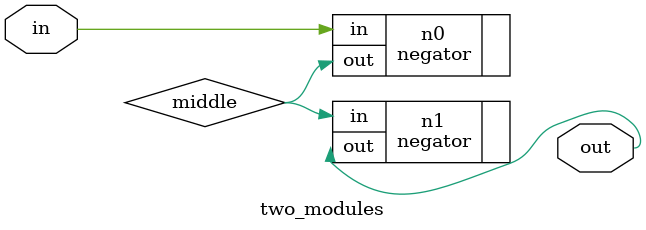
<source format=v>
/*
Example of how  to link two modules up.
Links two negators in series.
*/
`include "negator.v"
module two_modules(
    input wire in,
    output wire out
);
    /* Fully explicit way. */
    wire middle;
    negator n0 (
        .in(in),
        .out(middle)
    );
    negator n1 (
        .in(middle),
        .out(out)
    );

    /*
    Identical but succint:

    - middle is automatically declared as a wire
    - wires are linked by position instead of name
    */
    /*
    negator n0 (
        in,
        middle
    );
    negator n1 (
        middle,
        out
    );
    */
endmodule

</source>
